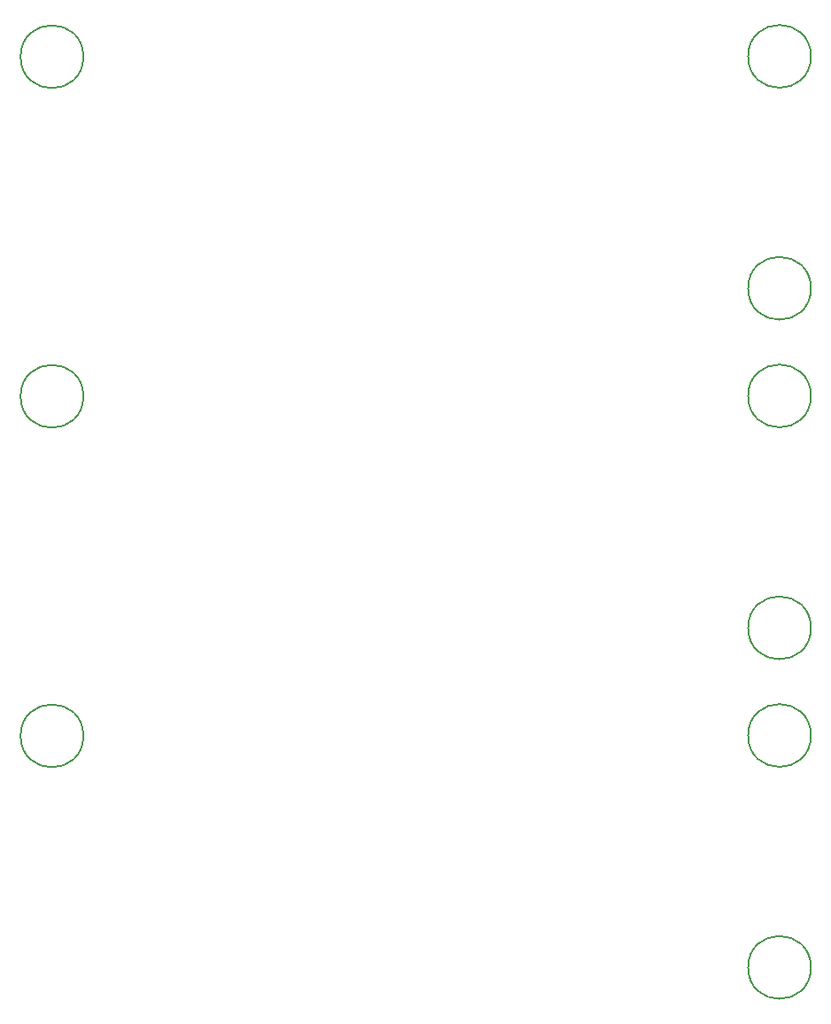
<source format=gbr>
G04 #@! TF.GenerationSoftware,KiCad,Pcbnew,7.0.9-7.0.9~ubuntu22.04.1*
G04 #@! TF.CreationDate,2023-12-17T14:41:55+07:00*
G04 #@! TF.ProjectId,final-production,66696e61-6c2d-4707-926f-64756374696f,rev?*
G04 #@! TF.SameCoordinates,Original*
G04 #@! TF.FileFunction,Other,Comment*
%FSLAX46Y46*%
G04 Gerber Fmt 4.6, Leading zero omitted, Abs format (unit mm)*
G04 Created by KiCad (PCBNEW 7.0.9-7.0.9~ubuntu22.04.1) date 2023-12-17 14:41:55*
%MOMM*%
%LPD*%
G01*
G04 APERTURE LIST*
%ADD10C,0.150000*%
G04 APERTURE END LIST*
D10*
G04 #@! TO.C,H2*
X76762402Y-96218166D02*
G75*
G03*
X76762402Y-96218166I-3000000J0D01*
G01*
G04 #@! TO.C,H1*
X7233392Y-96249156D02*
G75*
G03*
X7233392Y-96249156I-3000000J0D01*
G01*
G04 #@! TO.C,H2*
X76762402Y-31361834D02*
G75*
G03*
X76762402Y-31361834I-3000000J0D01*
G01*
G04 #@! TO.C,H3*
X76762402Y-85934164D02*
G75*
G03*
X76762402Y-85934164I-3000000J0D01*
G01*
X76762402Y-53505998D02*
G75*
G03*
X76762402Y-53505998I-3000000J0D01*
G01*
X76762402Y-118362330D02*
G75*
G03*
X76762402Y-118362330I-3000000J0D01*
G01*
G04 #@! TO.C,H2*
X76762402Y-63790000D02*
G75*
G03*
X76762402Y-63790000I-3000000J0D01*
G01*
G04 #@! TO.C,H1*
X7233392Y-63820990D02*
G75*
G03*
X7233392Y-63820990I-3000000J0D01*
G01*
X7233392Y-31392824D02*
G75*
G03*
X7233392Y-31392824I-3000000J0D01*
G01*
G04 #@! TD*
M02*

</source>
